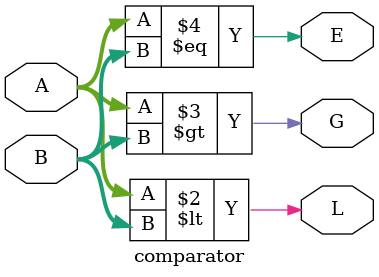
<source format=v>
module comparator (A, B, G, E, L);
    input [1:0]A, B;
    output reg G, E, L;

    always@(A or B)
    begin
        L <= A < B;
        G <= A > B;
        E <= A == B;
    end
endmodule
</source>
